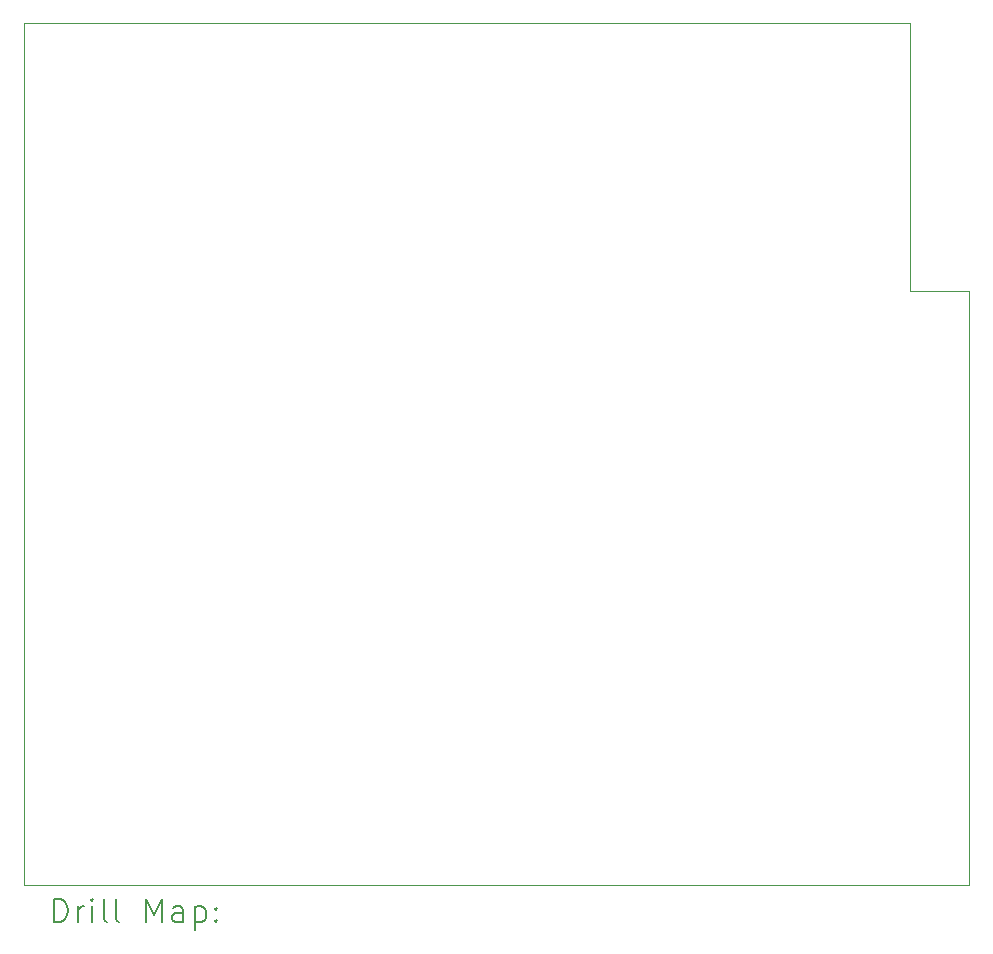
<source format=gbr>
%TF.GenerationSoftware,KiCad,Pcbnew,(6.0.9)*%
%TF.CreationDate,2023-01-29T21:25:21-08:00*%
%TF.ProjectId,RadarPanelController,52616461-7250-4616-9e65-6c436f6e7472,REV1*%
%TF.SameCoordinates,Original*%
%TF.FileFunction,Drillmap*%
%TF.FilePolarity,Positive*%
%FSLAX45Y45*%
G04 Gerber Fmt 4.5, Leading zero omitted, Abs format (unit mm)*
G04 Created by KiCad (PCBNEW (6.0.9)) date 2023-01-29 21:25:21*
%MOMM*%
%LPD*%
G01*
G04 APERTURE LIST*
%ADD10C,0.100000*%
%ADD11C,0.200000*%
G04 APERTURE END LIST*
D10*
X11000000Y-5270000D02*
X11000000Y-10300000D01*
X11000000Y-10300000D02*
X3000000Y-10300000D01*
X3000000Y-3000000D02*
X10500000Y-3000000D01*
X10500000Y-3000000D02*
X10500000Y-5270000D01*
X10500000Y-5270000D02*
X11000000Y-5270000D01*
X3000000Y-10300000D02*
X3000000Y-3000000D01*
D11*
X3252619Y-10615476D02*
X3252619Y-10415476D01*
X3300238Y-10415476D01*
X3328809Y-10425000D01*
X3347857Y-10444048D01*
X3357381Y-10463095D01*
X3366905Y-10501190D01*
X3366905Y-10529762D01*
X3357381Y-10567857D01*
X3347857Y-10586905D01*
X3328809Y-10605952D01*
X3300238Y-10615476D01*
X3252619Y-10615476D01*
X3452619Y-10615476D02*
X3452619Y-10482143D01*
X3452619Y-10520238D02*
X3462143Y-10501190D01*
X3471667Y-10491667D01*
X3490714Y-10482143D01*
X3509762Y-10482143D01*
X3576428Y-10615476D02*
X3576428Y-10482143D01*
X3576428Y-10415476D02*
X3566905Y-10425000D01*
X3576428Y-10434524D01*
X3585952Y-10425000D01*
X3576428Y-10415476D01*
X3576428Y-10434524D01*
X3700238Y-10615476D02*
X3681190Y-10605952D01*
X3671667Y-10586905D01*
X3671667Y-10415476D01*
X3805000Y-10615476D02*
X3785952Y-10605952D01*
X3776428Y-10586905D01*
X3776428Y-10415476D01*
X4033571Y-10615476D02*
X4033571Y-10415476D01*
X4100238Y-10558333D01*
X4166905Y-10415476D01*
X4166905Y-10615476D01*
X4347857Y-10615476D02*
X4347857Y-10510714D01*
X4338333Y-10491667D01*
X4319286Y-10482143D01*
X4281190Y-10482143D01*
X4262143Y-10491667D01*
X4347857Y-10605952D02*
X4328810Y-10615476D01*
X4281190Y-10615476D01*
X4262143Y-10605952D01*
X4252619Y-10586905D01*
X4252619Y-10567857D01*
X4262143Y-10548810D01*
X4281190Y-10539286D01*
X4328810Y-10539286D01*
X4347857Y-10529762D01*
X4443095Y-10482143D02*
X4443095Y-10682143D01*
X4443095Y-10491667D02*
X4462143Y-10482143D01*
X4500238Y-10482143D01*
X4519286Y-10491667D01*
X4528810Y-10501190D01*
X4538333Y-10520238D01*
X4538333Y-10577381D01*
X4528810Y-10596429D01*
X4519286Y-10605952D01*
X4500238Y-10615476D01*
X4462143Y-10615476D01*
X4443095Y-10605952D01*
X4624048Y-10596429D02*
X4633571Y-10605952D01*
X4624048Y-10615476D01*
X4614524Y-10605952D01*
X4624048Y-10596429D01*
X4624048Y-10615476D01*
X4624048Y-10491667D02*
X4633571Y-10501190D01*
X4624048Y-10510714D01*
X4614524Y-10501190D01*
X4624048Y-10491667D01*
X4624048Y-10510714D01*
M02*

</source>
